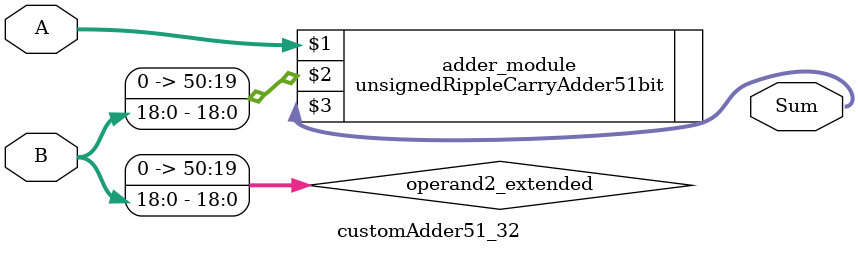
<source format=v>
module customAdder51_32(
                        input [50 : 0] A,
                        input [18 : 0] B,
                        
                        output [51 : 0] Sum
                );

        wire [50 : 0] operand2_extended;
        
        assign operand2_extended =  {32'b0, B};
        
        unsignedRippleCarryAdder51bit adder_module(
            A,
            operand2_extended,
            Sum
        );
        
        endmodule
        
</source>
